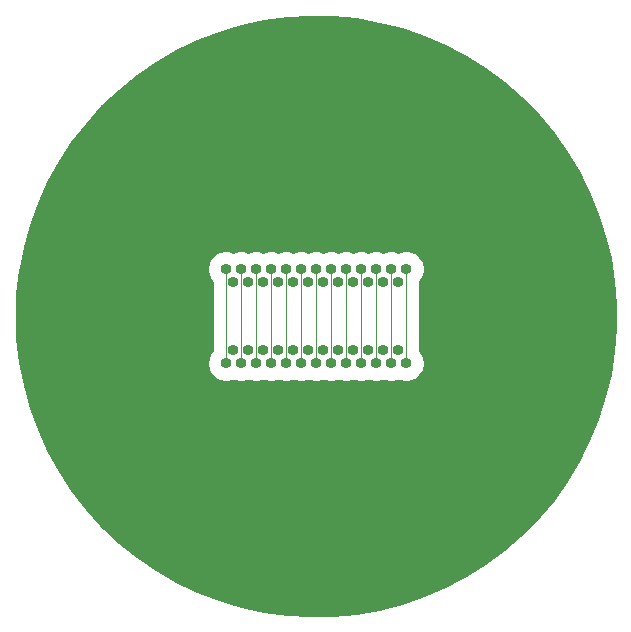
<source format=gbr>
%TF.GenerationSoftware,KiCad,Pcbnew,(5.1.9)-1*%
%TF.CreationDate,2021-07-21T15:44:07-06:00*%
%TF.ProjectId,SingleFeedThru,53696e67-6c65-4466-9565-64546872752e,rev?*%
%TF.SameCoordinates,Original*%
%TF.FileFunction,Copper,L1,Top*%
%TF.FilePolarity,Positive*%
%FSLAX46Y46*%
G04 Gerber Fmt 4.6, Leading zero omitted, Abs format (unit mm)*
G04 Created by KiCad (PCBNEW (5.1.9)-1) date 2021-07-21 15:44:07*
%MOMM*%
%LPD*%
G01*
G04 APERTURE LIST*
%TA.AperFunction,ComponentPad*%
%ADD10O,0.920000X0.920000*%
%TD*%
%TA.AperFunction,Conductor*%
%ADD11C,0.090000*%
%TD*%
%TA.AperFunction,NonConductor*%
%ADD12C,0.254000*%
%TD*%
%TA.AperFunction,NonConductor*%
%ADD13C,0.100000*%
%TD*%
G04 APERTURE END LIST*
D10*
%TO.P,J1,1*%
%TO.N,Net-(J1-Pad1)*%
X-7620000Y4000000D03*
%TO.P,J1,14*%
%TO.N,Net-(J1-Pad14)*%
X-6985000Y2900000D03*
%TO.P,J1,2*%
%TO.N,Net-(J1-Pad2)*%
X-6350000Y4000000D03*
%TO.P,J1,15*%
%TO.N,Net-(J1-Pad15)*%
X-5715000Y2900000D03*
%TO.P,J1,3*%
%TO.N,Net-(J1-Pad3)*%
X-5080000Y4000000D03*
%TO.P,J1,16*%
%TO.N,Net-(J1-Pad16)*%
X-4445000Y2900000D03*
%TO.P,J1,4*%
%TO.N,Net-(J1-Pad4)*%
X-3810000Y4000000D03*
%TO.P,J1,17*%
%TO.N,Net-(J1-Pad17)*%
X-3175000Y2900000D03*
%TO.P,J1,5*%
%TO.N,Net-(J1-Pad5)*%
X-2540000Y4000000D03*
%TO.P,J1,18*%
%TO.N,Net-(J1-Pad18)*%
X-1905000Y2900000D03*
%TO.P,J1,6*%
%TO.N,Net-(J1-Pad6)*%
X-1270000Y4000000D03*
%TO.P,J1,19*%
%TO.N,Net-(J1-Pad19)*%
X-635000Y2900000D03*
%TO.P,J1,7*%
%TO.N,Net-(J1-Pad7)*%
X0Y4000000D03*
%TO.P,J1,20*%
%TO.N,Net-(J1-Pad20)*%
X635000Y2900000D03*
%TO.P,J1,8*%
%TO.N,Net-(J1-Pad8)*%
X1270000Y4000000D03*
%TO.P,J1,21*%
%TO.N,Net-(J1-Pad21)*%
X1905000Y2900000D03*
%TO.P,J1,9*%
%TO.N,Net-(J1-Pad9)*%
X2540000Y4000000D03*
%TO.P,J1,22*%
%TO.N,Net-(J1-Pad22)*%
X3175000Y2900000D03*
%TO.P,J1,10*%
%TO.N,Net-(J1-Pad10)*%
X3810000Y4000000D03*
%TO.P,J1,23*%
%TO.N,Net-(J1-Pad23)*%
X4445000Y2900000D03*
%TO.P,J1,11*%
%TO.N,Net-(J1-Pad11)*%
X5080000Y4000000D03*
%TO.P,J1,24*%
%TO.N,Net-(J1-Pad24)*%
X5715000Y2900000D03*
%TO.P,J1,12*%
%TO.N,Net-(J1-Pad12)*%
X6350000Y4000000D03*
%TO.P,J1,25*%
%TO.N,Net-(J1-Pad25)*%
X6985000Y2900000D03*
%TO.P,J1,13*%
%TO.N,Net-(J1-Pad13)*%
X7620000Y4000000D03*
%TD*%
%TO.P,J2,13*%
%TO.N,Net-(J1-Pad13)*%
X7620000Y-4000000D03*
%TO.P,J2,25*%
%TO.N,Net-(J1-Pad25)*%
X6985000Y-2900000D03*
%TO.P,J2,12*%
%TO.N,Net-(J1-Pad12)*%
X6350000Y-4000000D03*
%TO.P,J2,24*%
%TO.N,Net-(J1-Pad24)*%
X5715000Y-2900000D03*
%TO.P,J2,11*%
%TO.N,Net-(J1-Pad11)*%
X5080000Y-4000000D03*
%TO.P,J2,23*%
%TO.N,Net-(J1-Pad23)*%
X4445000Y-2900000D03*
%TO.P,J2,10*%
%TO.N,Net-(J1-Pad10)*%
X3810000Y-4000000D03*
%TO.P,J2,22*%
%TO.N,Net-(J1-Pad22)*%
X3175000Y-2900000D03*
%TO.P,J2,9*%
%TO.N,Net-(J1-Pad9)*%
X2540000Y-4000000D03*
%TO.P,J2,21*%
%TO.N,Net-(J1-Pad21)*%
X1905000Y-2900000D03*
%TO.P,J2,8*%
%TO.N,Net-(J1-Pad8)*%
X1270000Y-4000000D03*
%TO.P,J2,20*%
%TO.N,Net-(J1-Pad20)*%
X635000Y-2900000D03*
%TO.P,J2,7*%
%TO.N,Net-(J1-Pad7)*%
X0Y-4000000D03*
%TO.P,J2,19*%
%TO.N,Net-(J1-Pad19)*%
X-635000Y-2900000D03*
%TO.P,J2,6*%
%TO.N,Net-(J1-Pad6)*%
X-1270000Y-4000000D03*
%TO.P,J2,18*%
%TO.N,Net-(J1-Pad18)*%
X-1905000Y-2900000D03*
%TO.P,J2,5*%
%TO.N,Net-(J1-Pad5)*%
X-2540000Y-4000000D03*
%TO.P,J2,17*%
%TO.N,Net-(J1-Pad17)*%
X-3175000Y-2900000D03*
%TO.P,J2,4*%
%TO.N,Net-(J1-Pad4)*%
X-3810000Y-4000000D03*
%TO.P,J2,16*%
%TO.N,Net-(J1-Pad16)*%
X-4445000Y-2900000D03*
%TO.P,J2,3*%
%TO.N,Net-(J1-Pad3)*%
X-5080000Y-4000000D03*
%TO.P,J2,15*%
%TO.N,Net-(J1-Pad15)*%
X-5715000Y-2900000D03*
%TO.P,J2,2*%
%TO.N,Net-(J1-Pad2)*%
X-6350000Y-4000000D03*
%TO.P,J2,14*%
%TO.N,Net-(J1-Pad14)*%
X-6985000Y-2900000D03*
%TO.P,J2,1*%
%TO.N,Net-(J1-Pad1)*%
X-7620000Y-4000000D03*
%TD*%
D11*
%TO.N,Net-(J1-Pad1)*%
X-7620000Y4000000D02*
X-7620000Y-4000000D01*
%TO.N,Net-(J1-Pad2)*%
X-6350000Y4000000D02*
X-6350000Y-4000000D01*
%TO.N,Net-(J1-Pad3)*%
X-5080000Y4000000D02*
X-5080000Y-4000000D01*
%TO.N,Net-(J1-Pad4)*%
X-3810000Y4000000D02*
X-3810000Y-4000000D01*
%TO.N,Net-(J1-Pad5)*%
X-2540000Y4000000D02*
X-2540000Y-4000000D01*
%TO.N,Net-(J1-Pad6)*%
X-1270000Y4000000D02*
X-1270000Y-4000000D01*
%TO.N,Net-(J1-Pad7)*%
X0Y4000000D02*
X0Y-4000000D01*
%TO.N,Net-(J1-Pad8)*%
X1270000Y2669198D02*
X1270000Y-4000000D01*
X1270000Y4000000D02*
X1270000Y2669198D01*
%TO.N,Net-(J1-Pad9)*%
X2540000Y4000000D02*
X2540000Y-4000000D01*
%TO.N,Net-(J1-Pad10)*%
X3810000Y4000000D02*
X3810000Y-4000000D01*
%TO.N,Net-(J1-Pad11)*%
X5080000Y4000000D02*
X5080000Y-4000000D01*
%TO.N,Net-(J1-Pad12)*%
X6350000Y4000000D02*
X6350000Y-4000000D01*
%TO.N,Net-(J1-Pad13)*%
X7620000Y-4000000D02*
X7620000Y4000000D01*
%TD*%
D12*
X1473855Y25305115D02*
X3430378Y25114809D01*
X5366270Y24773459D01*
X7269888Y24283118D01*
X9129785Y23646736D01*
X10934774Y22868140D01*
X12674000Y21952012D01*
X14337003Y20903862D01*
X15913782Y19729994D01*
X17394853Y18437467D01*
X18771310Y17034055D01*
X20034873Y15528199D01*
X21177945Y13928954D01*
X22193650Y12245938D01*
X23075880Y10489274D01*
X23819329Y8669527D01*
X24419525Y6797639D01*
X24872860Y4884870D01*
X25176606Y2942723D01*
X25328937Y982878D01*
X25328937Y-982878D01*
X25176606Y-2942723D01*
X24872860Y-4884870D01*
X24419525Y-6797639D01*
X23819329Y-8669527D01*
X23075880Y-10489274D01*
X22193650Y-12245938D01*
X21177945Y-13928954D01*
X20034873Y-15528199D01*
X18771310Y-17034055D01*
X17394853Y-18437467D01*
X15913782Y-19729994D01*
X14337003Y-20903862D01*
X12674000Y-21952012D01*
X10934774Y-22868140D01*
X9129785Y-23646736D01*
X7269888Y-24283118D01*
X5366270Y-24773459D01*
X3430378Y-25114809D01*
X1473855Y-25305115D01*
X-491531Y-25343234D01*
X-2453962Y-25228935D01*
X-4401634Y-24962907D01*
X-6322834Y-24546749D01*
X-8206008Y-23982963D01*
X-10039830Y-23274942D01*
X-11813271Y-22426942D01*
X-13515666Y-21444064D01*
X-15136776Y-20332219D01*
X-16666852Y-19098093D01*
X-18096691Y-17749109D01*
X-19417695Y-16293380D01*
X-20621918Y-14739661D01*
X-21702119Y-13097296D01*
X-22651800Y-11376162D01*
X-23465251Y-9586610D01*
X-24137579Y-7739403D01*
X-24664741Y-5845651D01*
X-25043567Y-3916742D01*
X-25271777Y-1964278D01*
X-25348000Y0D01*
X-25271777Y1964278D01*
X-25043567Y3916742D01*
X-24996519Y4156306D01*
X-9207000Y4156306D01*
X-9207000Y3843694D01*
X-9146013Y3537089D01*
X-9026381Y3248274D01*
X-8852704Y2988346D01*
X-8792000Y2927642D01*
X-8791999Y-2927641D01*
X-8852704Y-2988346D01*
X-9026381Y-3248274D01*
X-9146013Y-3537089D01*
X-9207000Y-3843694D01*
X-9207000Y-4156306D01*
X-9146013Y-4462911D01*
X-9026381Y-4751726D01*
X-8852704Y-5011654D01*
X-8631654Y-5232704D01*
X-8371726Y-5406381D01*
X-8082911Y-5526013D01*
X-7776306Y-5587000D01*
X-7463694Y-5587000D01*
X-7157089Y-5526013D01*
X-6985000Y-5454731D01*
X-6812911Y-5526013D01*
X-6506306Y-5587000D01*
X-6193694Y-5587000D01*
X-5887089Y-5526013D01*
X-5715000Y-5454731D01*
X-5542911Y-5526013D01*
X-5236306Y-5587000D01*
X-4923694Y-5587000D01*
X-4617089Y-5526013D01*
X-4445000Y-5454731D01*
X-4272911Y-5526013D01*
X-3966306Y-5587000D01*
X-3653694Y-5587000D01*
X-3347089Y-5526013D01*
X-3175000Y-5454731D01*
X-3002911Y-5526013D01*
X-2696306Y-5587000D01*
X-2383694Y-5587000D01*
X-2077089Y-5526013D01*
X-1905000Y-5454731D01*
X-1732911Y-5526013D01*
X-1426306Y-5587000D01*
X-1113694Y-5587000D01*
X-807089Y-5526013D01*
X-635000Y-5454731D01*
X-462911Y-5526013D01*
X-156306Y-5587000D01*
X156306Y-5587000D01*
X462911Y-5526013D01*
X635000Y-5454731D01*
X807089Y-5526013D01*
X1113694Y-5587000D01*
X1426306Y-5587000D01*
X1732911Y-5526013D01*
X1905000Y-5454731D01*
X2077089Y-5526013D01*
X2383694Y-5587000D01*
X2696306Y-5587000D01*
X3002911Y-5526013D01*
X3175000Y-5454731D01*
X3347089Y-5526013D01*
X3653694Y-5587000D01*
X3966306Y-5587000D01*
X4272911Y-5526013D01*
X4445000Y-5454731D01*
X4617089Y-5526013D01*
X4923694Y-5587000D01*
X5236306Y-5587000D01*
X5542911Y-5526013D01*
X5715000Y-5454731D01*
X5887089Y-5526013D01*
X6193694Y-5587000D01*
X6506306Y-5587000D01*
X6812911Y-5526013D01*
X6985000Y-5454731D01*
X7157089Y-5526013D01*
X7463694Y-5587000D01*
X7776306Y-5587000D01*
X8082911Y-5526013D01*
X8371726Y-5406381D01*
X8631654Y-5232704D01*
X8852704Y-5011654D01*
X9026381Y-4751726D01*
X9146013Y-4462911D01*
X9207000Y-4156306D01*
X9207000Y-3843694D01*
X9146013Y-3537089D01*
X9026381Y-3248274D01*
X8852704Y-2988346D01*
X8792000Y-2927642D01*
X8792000Y2927642D01*
X8852704Y2988346D01*
X9026381Y3248274D01*
X9146013Y3537089D01*
X9207000Y3843694D01*
X9207000Y4156306D01*
X9146013Y4462911D01*
X9026381Y4751726D01*
X8852704Y5011654D01*
X8631654Y5232704D01*
X8371726Y5406381D01*
X8082911Y5526013D01*
X7776306Y5587000D01*
X7463694Y5587000D01*
X7157089Y5526013D01*
X6985000Y5454731D01*
X6812911Y5526013D01*
X6506306Y5587000D01*
X6193694Y5587000D01*
X5887089Y5526013D01*
X5715000Y5454731D01*
X5542911Y5526013D01*
X5236306Y5587000D01*
X4923694Y5587000D01*
X4617089Y5526013D01*
X4445000Y5454731D01*
X4272911Y5526013D01*
X3966306Y5587000D01*
X3653694Y5587000D01*
X3347089Y5526013D01*
X3175000Y5454731D01*
X3002911Y5526013D01*
X2696306Y5587000D01*
X2383694Y5587000D01*
X2077089Y5526013D01*
X1905000Y5454731D01*
X1732911Y5526013D01*
X1426306Y5587000D01*
X1113694Y5587000D01*
X807089Y5526013D01*
X635000Y5454731D01*
X462911Y5526013D01*
X156306Y5587000D01*
X-156306Y5587000D01*
X-462911Y5526013D01*
X-635000Y5454731D01*
X-807089Y5526013D01*
X-1113694Y5587000D01*
X-1426306Y5587000D01*
X-1732911Y5526013D01*
X-1905000Y5454731D01*
X-2077089Y5526013D01*
X-2383694Y5587000D01*
X-2696306Y5587000D01*
X-3002911Y5526013D01*
X-3175000Y5454731D01*
X-3347089Y5526013D01*
X-3653694Y5587000D01*
X-3966306Y5587000D01*
X-4272911Y5526013D01*
X-4445000Y5454731D01*
X-4617089Y5526013D01*
X-4923694Y5587000D01*
X-5236306Y5587000D01*
X-5542911Y5526013D01*
X-5715000Y5454731D01*
X-5887089Y5526013D01*
X-6193694Y5587000D01*
X-6506306Y5587000D01*
X-6812911Y5526013D01*
X-6985000Y5454731D01*
X-7157089Y5526013D01*
X-7463694Y5587000D01*
X-7776306Y5587000D01*
X-8082911Y5526013D01*
X-8371726Y5406381D01*
X-8631654Y5232704D01*
X-8852704Y5011654D01*
X-9026381Y4751726D01*
X-9146013Y4462911D01*
X-9207000Y4156306D01*
X-24996519Y4156306D01*
X-24664741Y5845651D01*
X-24137579Y7739403D01*
X-23465251Y9586610D01*
X-22651800Y11376162D01*
X-21702119Y13097296D01*
X-20621918Y14739661D01*
X-19417695Y16293380D01*
X-18096691Y17749109D01*
X-16666852Y19098093D01*
X-15136776Y20332219D01*
X-13515666Y21444064D01*
X-11813271Y22426942D01*
X-10039830Y23274942D01*
X-8206008Y23982963D01*
X-6322834Y24546749D01*
X-4401634Y24962907D01*
X-2453962Y25228935D01*
X-491531Y25343234D01*
X1473855Y25305115D01*
%TA.AperFunction,NonConductor*%
D13*
G36*
X1473855Y25305115D02*
G01*
X3430378Y25114809D01*
X5366270Y24773459D01*
X7269888Y24283118D01*
X9129785Y23646736D01*
X10934774Y22868140D01*
X12674000Y21952012D01*
X14337003Y20903862D01*
X15913782Y19729994D01*
X17394853Y18437467D01*
X18771310Y17034055D01*
X20034873Y15528199D01*
X21177945Y13928954D01*
X22193650Y12245938D01*
X23075880Y10489274D01*
X23819329Y8669527D01*
X24419525Y6797639D01*
X24872860Y4884870D01*
X25176606Y2942723D01*
X25328937Y982878D01*
X25328937Y-982878D01*
X25176606Y-2942723D01*
X24872860Y-4884870D01*
X24419525Y-6797639D01*
X23819329Y-8669527D01*
X23075880Y-10489274D01*
X22193650Y-12245938D01*
X21177945Y-13928954D01*
X20034873Y-15528199D01*
X18771310Y-17034055D01*
X17394853Y-18437467D01*
X15913782Y-19729994D01*
X14337003Y-20903862D01*
X12674000Y-21952012D01*
X10934774Y-22868140D01*
X9129785Y-23646736D01*
X7269888Y-24283118D01*
X5366270Y-24773459D01*
X3430378Y-25114809D01*
X1473855Y-25305115D01*
X-491531Y-25343234D01*
X-2453962Y-25228935D01*
X-4401634Y-24962907D01*
X-6322834Y-24546749D01*
X-8206008Y-23982963D01*
X-10039830Y-23274942D01*
X-11813271Y-22426942D01*
X-13515666Y-21444064D01*
X-15136776Y-20332219D01*
X-16666852Y-19098093D01*
X-18096691Y-17749109D01*
X-19417695Y-16293380D01*
X-20621918Y-14739661D01*
X-21702119Y-13097296D01*
X-22651800Y-11376162D01*
X-23465251Y-9586610D01*
X-24137579Y-7739403D01*
X-24664741Y-5845651D01*
X-25043567Y-3916742D01*
X-25271777Y-1964278D01*
X-25348000Y0D01*
X-25271777Y1964278D01*
X-25043567Y3916742D01*
X-24996519Y4156306D01*
X-9207000Y4156306D01*
X-9207000Y3843694D01*
X-9146013Y3537089D01*
X-9026381Y3248274D01*
X-8852704Y2988346D01*
X-8792000Y2927642D01*
X-8791999Y-2927641D01*
X-8852704Y-2988346D01*
X-9026381Y-3248274D01*
X-9146013Y-3537089D01*
X-9207000Y-3843694D01*
X-9207000Y-4156306D01*
X-9146013Y-4462911D01*
X-9026381Y-4751726D01*
X-8852704Y-5011654D01*
X-8631654Y-5232704D01*
X-8371726Y-5406381D01*
X-8082911Y-5526013D01*
X-7776306Y-5587000D01*
X-7463694Y-5587000D01*
X-7157089Y-5526013D01*
X-6985000Y-5454731D01*
X-6812911Y-5526013D01*
X-6506306Y-5587000D01*
X-6193694Y-5587000D01*
X-5887089Y-5526013D01*
X-5715000Y-5454731D01*
X-5542911Y-5526013D01*
X-5236306Y-5587000D01*
X-4923694Y-5587000D01*
X-4617089Y-5526013D01*
X-4445000Y-5454731D01*
X-4272911Y-5526013D01*
X-3966306Y-5587000D01*
X-3653694Y-5587000D01*
X-3347089Y-5526013D01*
X-3175000Y-5454731D01*
X-3002911Y-5526013D01*
X-2696306Y-5587000D01*
X-2383694Y-5587000D01*
X-2077089Y-5526013D01*
X-1905000Y-5454731D01*
X-1732911Y-5526013D01*
X-1426306Y-5587000D01*
X-1113694Y-5587000D01*
X-807089Y-5526013D01*
X-635000Y-5454731D01*
X-462911Y-5526013D01*
X-156306Y-5587000D01*
X156306Y-5587000D01*
X462911Y-5526013D01*
X635000Y-5454731D01*
X807089Y-5526013D01*
X1113694Y-5587000D01*
X1426306Y-5587000D01*
X1732911Y-5526013D01*
X1905000Y-5454731D01*
X2077089Y-5526013D01*
X2383694Y-5587000D01*
X2696306Y-5587000D01*
X3002911Y-5526013D01*
X3175000Y-5454731D01*
X3347089Y-5526013D01*
X3653694Y-5587000D01*
X3966306Y-5587000D01*
X4272911Y-5526013D01*
X4445000Y-5454731D01*
X4617089Y-5526013D01*
X4923694Y-5587000D01*
X5236306Y-5587000D01*
X5542911Y-5526013D01*
X5715000Y-5454731D01*
X5887089Y-5526013D01*
X6193694Y-5587000D01*
X6506306Y-5587000D01*
X6812911Y-5526013D01*
X6985000Y-5454731D01*
X7157089Y-5526013D01*
X7463694Y-5587000D01*
X7776306Y-5587000D01*
X8082911Y-5526013D01*
X8371726Y-5406381D01*
X8631654Y-5232704D01*
X8852704Y-5011654D01*
X9026381Y-4751726D01*
X9146013Y-4462911D01*
X9207000Y-4156306D01*
X9207000Y-3843694D01*
X9146013Y-3537089D01*
X9026381Y-3248274D01*
X8852704Y-2988346D01*
X8792000Y-2927642D01*
X8792000Y2927642D01*
X8852704Y2988346D01*
X9026381Y3248274D01*
X9146013Y3537089D01*
X9207000Y3843694D01*
X9207000Y4156306D01*
X9146013Y4462911D01*
X9026381Y4751726D01*
X8852704Y5011654D01*
X8631654Y5232704D01*
X8371726Y5406381D01*
X8082911Y5526013D01*
X7776306Y5587000D01*
X7463694Y5587000D01*
X7157089Y5526013D01*
X6985000Y5454731D01*
X6812911Y5526013D01*
X6506306Y5587000D01*
X6193694Y5587000D01*
X5887089Y5526013D01*
X5715000Y5454731D01*
X5542911Y5526013D01*
X5236306Y5587000D01*
X4923694Y5587000D01*
X4617089Y5526013D01*
X4445000Y5454731D01*
X4272911Y5526013D01*
X3966306Y5587000D01*
X3653694Y5587000D01*
X3347089Y5526013D01*
X3175000Y5454731D01*
X3002911Y5526013D01*
X2696306Y5587000D01*
X2383694Y5587000D01*
X2077089Y5526013D01*
X1905000Y5454731D01*
X1732911Y5526013D01*
X1426306Y5587000D01*
X1113694Y5587000D01*
X807089Y5526013D01*
X635000Y5454731D01*
X462911Y5526013D01*
X156306Y5587000D01*
X-156306Y5587000D01*
X-462911Y5526013D01*
X-635000Y5454731D01*
X-807089Y5526013D01*
X-1113694Y5587000D01*
X-1426306Y5587000D01*
X-1732911Y5526013D01*
X-1905000Y5454731D01*
X-2077089Y5526013D01*
X-2383694Y5587000D01*
X-2696306Y5587000D01*
X-3002911Y5526013D01*
X-3175000Y5454731D01*
X-3347089Y5526013D01*
X-3653694Y5587000D01*
X-3966306Y5587000D01*
X-4272911Y5526013D01*
X-4445000Y5454731D01*
X-4617089Y5526013D01*
X-4923694Y5587000D01*
X-5236306Y5587000D01*
X-5542911Y5526013D01*
X-5715000Y5454731D01*
X-5887089Y5526013D01*
X-6193694Y5587000D01*
X-6506306Y5587000D01*
X-6812911Y5526013D01*
X-6985000Y5454731D01*
X-7157089Y5526013D01*
X-7463694Y5587000D01*
X-7776306Y5587000D01*
X-8082911Y5526013D01*
X-8371726Y5406381D01*
X-8631654Y5232704D01*
X-8852704Y5011654D01*
X-9026381Y4751726D01*
X-9146013Y4462911D01*
X-9207000Y4156306D01*
X-24996519Y4156306D01*
X-24664741Y5845651D01*
X-24137579Y7739403D01*
X-23465251Y9586610D01*
X-22651800Y11376162D01*
X-21702119Y13097296D01*
X-20621918Y14739661D01*
X-19417695Y16293380D01*
X-18096691Y17749109D01*
X-16666852Y19098093D01*
X-15136776Y20332219D01*
X-13515666Y21444064D01*
X-11813271Y22426942D01*
X-10039830Y23274942D01*
X-8206008Y23982963D01*
X-6322834Y24546749D01*
X-4401634Y24962907D01*
X-2453962Y25228935D01*
X-491531Y25343234D01*
X1473855Y25305115D01*
G37*
%TD.AperFunction*%
M02*

</source>
